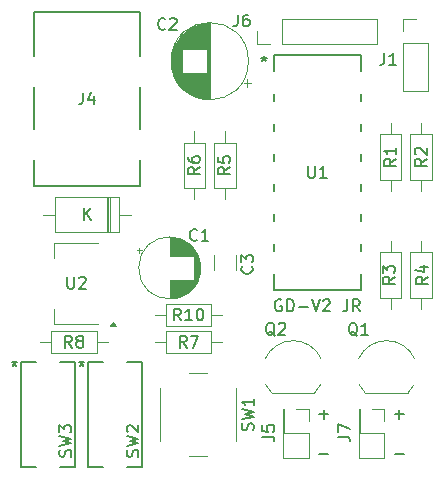
<source format=gbr>
%TF.GenerationSoftware,KiCad,Pcbnew,9.0.0*%
%TF.CreationDate,2025-04-02T21:34:46+01:00*%
%TF.ProjectId,gloves dryer,676c6f76-6573-4206-9472-7965722e6b69,rev?*%
%TF.SameCoordinates,Original*%
%TF.FileFunction,Legend,Top*%
%TF.FilePolarity,Positive*%
%FSLAX46Y46*%
G04 Gerber Fmt 4.6, Leading zero omitted, Abs format (unit mm)*
G04 Created by KiCad (PCBNEW 9.0.0) date 2025-04-02 21:34:46*
%MOMM*%
%LPD*%
G01*
G04 APERTURE LIST*
%ADD10C,0.160000*%
%ADD11C,0.150000*%
%ADD12C,0.153000*%
%ADD13C,0.120000*%
%ADD14C,0.152400*%
%ADD15C,0.127000*%
G04 APERTURE END LIST*
D10*
X195069048Y-88550096D02*
X195830953Y-88550096D01*
X195069048Y-85173346D02*
X195830953Y-85173346D01*
X195450000Y-85554299D02*
X195450000Y-84792394D01*
X185467167Y-75516918D02*
X185371929Y-75469299D01*
X185371929Y-75469299D02*
X185229072Y-75469299D01*
X185229072Y-75469299D02*
X185086215Y-75516918D01*
X185086215Y-75516918D02*
X184990977Y-75612156D01*
X184990977Y-75612156D02*
X184943358Y-75707394D01*
X184943358Y-75707394D02*
X184895739Y-75897870D01*
X184895739Y-75897870D02*
X184895739Y-76040727D01*
X184895739Y-76040727D02*
X184943358Y-76231203D01*
X184943358Y-76231203D02*
X184990977Y-76326441D01*
X184990977Y-76326441D02*
X185086215Y-76421680D01*
X185086215Y-76421680D02*
X185229072Y-76469299D01*
X185229072Y-76469299D02*
X185324310Y-76469299D01*
X185324310Y-76469299D02*
X185467167Y-76421680D01*
X185467167Y-76421680D02*
X185514786Y-76374060D01*
X185514786Y-76374060D02*
X185514786Y-76040727D01*
X185514786Y-76040727D02*
X185324310Y-76040727D01*
X185943358Y-76469299D02*
X185943358Y-75469299D01*
X185943358Y-75469299D02*
X186181453Y-75469299D01*
X186181453Y-75469299D02*
X186324310Y-75516918D01*
X186324310Y-75516918D02*
X186419548Y-75612156D01*
X186419548Y-75612156D02*
X186467167Y-75707394D01*
X186467167Y-75707394D02*
X186514786Y-75897870D01*
X186514786Y-75897870D02*
X186514786Y-76040727D01*
X186514786Y-76040727D02*
X186467167Y-76231203D01*
X186467167Y-76231203D02*
X186419548Y-76326441D01*
X186419548Y-76326441D02*
X186324310Y-76421680D01*
X186324310Y-76421680D02*
X186181453Y-76469299D01*
X186181453Y-76469299D02*
X185943358Y-76469299D01*
X186943358Y-76088346D02*
X187705263Y-76088346D01*
X188038596Y-75469299D02*
X188371929Y-76469299D01*
X188371929Y-76469299D02*
X188705262Y-75469299D01*
X188990977Y-75564537D02*
X189038596Y-75516918D01*
X189038596Y-75516918D02*
X189133834Y-75469299D01*
X189133834Y-75469299D02*
X189371929Y-75469299D01*
X189371929Y-75469299D02*
X189467167Y-75516918D01*
X189467167Y-75516918D02*
X189514786Y-75564537D01*
X189514786Y-75564537D02*
X189562405Y-75659775D01*
X189562405Y-75659775D02*
X189562405Y-75755013D01*
X189562405Y-75755013D02*
X189514786Y-75897870D01*
X189514786Y-75897870D02*
X188943358Y-76469299D01*
X188943358Y-76469299D02*
X189562405Y-76469299D01*
X191038596Y-75469299D02*
X191038596Y-76183584D01*
X191038596Y-76183584D02*
X190990977Y-76326441D01*
X190990977Y-76326441D02*
X190895739Y-76421680D01*
X190895739Y-76421680D02*
X190752882Y-76469299D01*
X190752882Y-76469299D02*
X190657644Y-76469299D01*
X192086215Y-76469299D02*
X191752882Y-75993108D01*
X191514787Y-76469299D02*
X191514787Y-75469299D01*
X191514787Y-75469299D02*
X191895739Y-75469299D01*
X191895739Y-75469299D02*
X191990977Y-75516918D01*
X191990977Y-75516918D02*
X192038596Y-75564537D01*
X192038596Y-75564537D02*
X192086215Y-75659775D01*
X192086215Y-75659775D02*
X192086215Y-75802632D01*
X192086215Y-75802632D02*
X192038596Y-75897870D01*
X192038596Y-75897870D02*
X191990977Y-75945489D01*
X191990977Y-75945489D02*
X191895739Y-75993108D01*
X191895739Y-75993108D02*
X191514787Y-75993108D01*
X188669048Y-88544831D02*
X189430953Y-88544831D01*
X188669048Y-85201861D02*
X189430953Y-85201861D01*
X189050000Y-85582814D02*
X189050000Y-84820909D01*
D11*
X178333333Y-70409580D02*
X178285714Y-70457200D01*
X178285714Y-70457200D02*
X178142857Y-70504819D01*
X178142857Y-70504819D02*
X178047619Y-70504819D01*
X178047619Y-70504819D02*
X177904762Y-70457200D01*
X177904762Y-70457200D02*
X177809524Y-70361961D01*
X177809524Y-70361961D02*
X177761905Y-70266723D01*
X177761905Y-70266723D02*
X177714286Y-70076247D01*
X177714286Y-70076247D02*
X177714286Y-69933390D01*
X177714286Y-69933390D02*
X177761905Y-69742914D01*
X177761905Y-69742914D02*
X177809524Y-69647676D01*
X177809524Y-69647676D02*
X177904762Y-69552438D01*
X177904762Y-69552438D02*
X178047619Y-69504819D01*
X178047619Y-69504819D02*
X178142857Y-69504819D01*
X178142857Y-69504819D02*
X178285714Y-69552438D01*
X178285714Y-69552438D02*
X178333333Y-69600057D01*
X179285714Y-70504819D02*
X178714286Y-70504819D01*
X179000000Y-70504819D02*
X179000000Y-69504819D01*
X179000000Y-69504819D02*
X178904762Y-69647676D01*
X178904762Y-69647676D02*
X178809524Y-69742914D01*
X178809524Y-69742914D02*
X178714286Y-69790533D01*
D10*
X167723333Y-79554299D02*
X167390000Y-79078108D01*
X167151905Y-79554299D02*
X167151905Y-78554299D01*
X167151905Y-78554299D02*
X167532857Y-78554299D01*
X167532857Y-78554299D02*
X167628095Y-78601918D01*
X167628095Y-78601918D02*
X167675714Y-78649537D01*
X167675714Y-78649537D02*
X167723333Y-78744775D01*
X167723333Y-78744775D02*
X167723333Y-78887632D01*
X167723333Y-78887632D02*
X167675714Y-78982870D01*
X167675714Y-78982870D02*
X167628095Y-79030489D01*
X167628095Y-79030489D02*
X167532857Y-79078108D01*
X167532857Y-79078108D02*
X167151905Y-79078108D01*
X168294762Y-78982870D02*
X168199524Y-78935251D01*
X168199524Y-78935251D02*
X168151905Y-78887632D01*
X168151905Y-78887632D02*
X168104286Y-78792394D01*
X168104286Y-78792394D02*
X168104286Y-78744775D01*
X168104286Y-78744775D02*
X168151905Y-78649537D01*
X168151905Y-78649537D02*
X168199524Y-78601918D01*
X168199524Y-78601918D02*
X168294762Y-78554299D01*
X168294762Y-78554299D02*
X168485238Y-78554299D01*
X168485238Y-78554299D02*
X168580476Y-78601918D01*
X168580476Y-78601918D02*
X168628095Y-78649537D01*
X168628095Y-78649537D02*
X168675714Y-78744775D01*
X168675714Y-78744775D02*
X168675714Y-78792394D01*
X168675714Y-78792394D02*
X168628095Y-78887632D01*
X168628095Y-78887632D02*
X168580476Y-78935251D01*
X168580476Y-78935251D02*
X168485238Y-78982870D01*
X168485238Y-78982870D02*
X168294762Y-78982870D01*
X168294762Y-78982870D02*
X168199524Y-79030489D01*
X168199524Y-79030489D02*
X168151905Y-79078108D01*
X168151905Y-79078108D02*
X168104286Y-79173346D01*
X168104286Y-79173346D02*
X168104286Y-79363822D01*
X168104286Y-79363822D02*
X168151905Y-79459060D01*
X168151905Y-79459060D02*
X168199524Y-79506680D01*
X168199524Y-79506680D02*
X168294762Y-79554299D01*
X168294762Y-79554299D02*
X168485238Y-79554299D01*
X168485238Y-79554299D02*
X168580476Y-79506680D01*
X168580476Y-79506680D02*
X168628095Y-79459060D01*
X168628095Y-79459060D02*
X168675714Y-79363822D01*
X168675714Y-79363822D02*
X168675714Y-79173346D01*
X168675714Y-79173346D02*
X168628095Y-79078108D01*
X168628095Y-79078108D02*
X168580476Y-79030489D01*
X168580476Y-79030489D02*
X168485238Y-78982870D01*
D11*
X175633333Y-52559580D02*
X175585714Y-52607200D01*
X175585714Y-52607200D02*
X175442857Y-52654819D01*
X175442857Y-52654819D02*
X175347619Y-52654819D01*
X175347619Y-52654819D02*
X175204762Y-52607200D01*
X175204762Y-52607200D02*
X175109524Y-52511961D01*
X175109524Y-52511961D02*
X175061905Y-52416723D01*
X175061905Y-52416723D02*
X175014286Y-52226247D01*
X175014286Y-52226247D02*
X175014286Y-52083390D01*
X175014286Y-52083390D02*
X175061905Y-51892914D01*
X175061905Y-51892914D02*
X175109524Y-51797676D01*
X175109524Y-51797676D02*
X175204762Y-51702438D01*
X175204762Y-51702438D02*
X175347619Y-51654819D01*
X175347619Y-51654819D02*
X175442857Y-51654819D01*
X175442857Y-51654819D02*
X175585714Y-51702438D01*
X175585714Y-51702438D02*
X175633333Y-51750057D01*
X176014286Y-51750057D02*
X176061905Y-51702438D01*
X176061905Y-51702438D02*
X176157143Y-51654819D01*
X176157143Y-51654819D02*
X176395238Y-51654819D01*
X176395238Y-51654819D02*
X176490476Y-51702438D01*
X176490476Y-51702438D02*
X176538095Y-51750057D01*
X176538095Y-51750057D02*
X176585714Y-51845295D01*
X176585714Y-51845295D02*
X176585714Y-51940533D01*
X176585714Y-51940533D02*
X176538095Y-52083390D01*
X176538095Y-52083390D02*
X175966667Y-52654819D01*
X175966667Y-52654819D02*
X176585714Y-52654819D01*
D12*
X194166666Y-54604663D02*
X194166666Y-55318948D01*
X194166666Y-55318948D02*
X194119047Y-55461805D01*
X194119047Y-55461805D02*
X194023809Y-55557044D01*
X194023809Y-55557044D02*
X193880952Y-55604663D01*
X193880952Y-55604663D02*
X193785714Y-55604663D01*
X195166666Y-55604663D02*
X194595238Y-55604663D01*
X194880952Y-55604663D02*
X194880952Y-54604663D01*
X194880952Y-54604663D02*
X194785714Y-54747520D01*
X194785714Y-54747520D02*
X194690476Y-54842758D01*
X194690476Y-54842758D02*
X194595238Y-54890377D01*
X197754663Y-63566666D02*
X197278472Y-63899999D01*
X197754663Y-64138094D02*
X196754663Y-64138094D01*
X196754663Y-64138094D02*
X196754663Y-63757142D01*
X196754663Y-63757142D02*
X196802282Y-63661904D01*
X196802282Y-63661904D02*
X196849901Y-63614285D01*
X196849901Y-63614285D02*
X196945139Y-63566666D01*
X196945139Y-63566666D02*
X197087996Y-63566666D01*
X197087996Y-63566666D02*
X197183234Y-63614285D01*
X197183234Y-63614285D02*
X197230853Y-63661904D01*
X197230853Y-63661904D02*
X197278472Y-63757142D01*
X197278472Y-63757142D02*
X197278472Y-64138094D01*
X196849901Y-63185713D02*
X196802282Y-63138094D01*
X196802282Y-63138094D02*
X196754663Y-63042856D01*
X196754663Y-63042856D02*
X196754663Y-62804761D01*
X196754663Y-62804761D02*
X196802282Y-62709523D01*
X196802282Y-62709523D02*
X196849901Y-62661904D01*
X196849901Y-62661904D02*
X196945139Y-62614285D01*
X196945139Y-62614285D02*
X197040377Y-62614285D01*
X197040377Y-62614285D02*
X197183234Y-62661904D01*
X197183234Y-62661904D02*
X197754663Y-63233332D01*
X197754663Y-63233332D02*
X197754663Y-62614285D01*
X181104663Y-64276666D02*
X180628472Y-64609999D01*
X181104663Y-64848094D02*
X180104663Y-64848094D01*
X180104663Y-64848094D02*
X180104663Y-64467142D01*
X180104663Y-64467142D02*
X180152282Y-64371904D01*
X180152282Y-64371904D02*
X180199901Y-64324285D01*
X180199901Y-64324285D02*
X180295139Y-64276666D01*
X180295139Y-64276666D02*
X180437996Y-64276666D01*
X180437996Y-64276666D02*
X180533234Y-64324285D01*
X180533234Y-64324285D02*
X180580853Y-64371904D01*
X180580853Y-64371904D02*
X180628472Y-64467142D01*
X180628472Y-64467142D02*
X180628472Y-64848094D01*
X180104663Y-63371904D02*
X180104663Y-63848094D01*
X180104663Y-63848094D02*
X180580853Y-63895713D01*
X180580853Y-63895713D02*
X180533234Y-63848094D01*
X180533234Y-63848094D02*
X180485615Y-63752856D01*
X180485615Y-63752856D02*
X180485615Y-63514761D01*
X180485615Y-63514761D02*
X180533234Y-63419523D01*
X180533234Y-63419523D02*
X180580853Y-63371904D01*
X180580853Y-63371904D02*
X180676091Y-63324285D01*
X180676091Y-63324285D02*
X180914186Y-63324285D01*
X180914186Y-63324285D02*
X181009424Y-63371904D01*
X181009424Y-63371904D02*
X181057044Y-63419523D01*
X181057044Y-63419523D02*
X181104663Y-63514761D01*
X181104663Y-63514761D02*
X181104663Y-63752856D01*
X181104663Y-63752856D02*
X181057044Y-63848094D01*
X181057044Y-63848094D02*
X181009424Y-63895713D01*
X195054663Y-73566666D02*
X194578472Y-73899999D01*
X195054663Y-74138094D02*
X194054663Y-74138094D01*
X194054663Y-74138094D02*
X194054663Y-73757142D01*
X194054663Y-73757142D02*
X194102282Y-73661904D01*
X194102282Y-73661904D02*
X194149901Y-73614285D01*
X194149901Y-73614285D02*
X194245139Y-73566666D01*
X194245139Y-73566666D02*
X194387996Y-73566666D01*
X194387996Y-73566666D02*
X194483234Y-73614285D01*
X194483234Y-73614285D02*
X194530853Y-73661904D01*
X194530853Y-73661904D02*
X194578472Y-73757142D01*
X194578472Y-73757142D02*
X194578472Y-74138094D01*
X194054663Y-73233332D02*
X194054663Y-72614285D01*
X194054663Y-72614285D02*
X194435615Y-72947618D01*
X194435615Y-72947618D02*
X194435615Y-72804761D01*
X194435615Y-72804761D02*
X194483234Y-72709523D01*
X194483234Y-72709523D02*
X194530853Y-72661904D01*
X194530853Y-72661904D02*
X194626091Y-72614285D01*
X194626091Y-72614285D02*
X194864186Y-72614285D01*
X194864186Y-72614285D02*
X194959424Y-72661904D01*
X194959424Y-72661904D02*
X195007044Y-72709523D01*
X195007044Y-72709523D02*
X195054663Y-72804761D01*
X195054663Y-72804761D02*
X195054663Y-73090475D01*
X195054663Y-73090475D02*
X195007044Y-73185713D01*
X195007044Y-73185713D02*
X194959424Y-73233332D01*
D10*
X190254299Y-87083333D02*
X190968584Y-87083333D01*
X190968584Y-87083333D02*
X191111441Y-87130952D01*
X191111441Y-87130952D02*
X191206680Y-87226190D01*
X191206680Y-87226190D02*
X191254299Y-87369047D01*
X191254299Y-87369047D02*
X191254299Y-87464285D01*
X190254299Y-86702380D02*
X190254299Y-86035714D01*
X190254299Y-86035714D02*
X191254299Y-86464285D01*
X183854299Y-87083333D02*
X184568584Y-87083333D01*
X184568584Y-87083333D02*
X184711441Y-87130952D01*
X184711441Y-87130952D02*
X184806680Y-87226190D01*
X184806680Y-87226190D02*
X184854299Y-87369047D01*
X184854299Y-87369047D02*
X184854299Y-87464285D01*
X183854299Y-86130952D02*
X183854299Y-86607142D01*
X183854299Y-86607142D02*
X184330489Y-86654761D01*
X184330489Y-86654761D02*
X184282870Y-86607142D01*
X184282870Y-86607142D02*
X184235251Y-86511904D01*
X184235251Y-86511904D02*
X184235251Y-86273809D01*
X184235251Y-86273809D02*
X184282870Y-86178571D01*
X184282870Y-86178571D02*
X184330489Y-86130952D01*
X184330489Y-86130952D02*
X184425727Y-86083333D01*
X184425727Y-86083333D02*
X184663822Y-86083333D01*
X184663822Y-86083333D02*
X184759060Y-86130952D01*
X184759060Y-86130952D02*
X184806680Y-86178571D01*
X184806680Y-86178571D02*
X184854299Y-86273809D01*
X184854299Y-86273809D02*
X184854299Y-86511904D01*
X184854299Y-86511904D02*
X184806680Y-86607142D01*
X184806680Y-86607142D02*
X184759060Y-86654761D01*
X191904761Y-78549537D02*
X191809523Y-78501918D01*
X191809523Y-78501918D02*
X191714285Y-78406680D01*
X191714285Y-78406680D02*
X191571428Y-78263822D01*
X191571428Y-78263822D02*
X191476190Y-78216203D01*
X191476190Y-78216203D02*
X191380952Y-78216203D01*
X191428571Y-78454299D02*
X191333333Y-78406680D01*
X191333333Y-78406680D02*
X191238095Y-78311441D01*
X191238095Y-78311441D02*
X191190476Y-78120965D01*
X191190476Y-78120965D02*
X191190476Y-77787632D01*
X191190476Y-77787632D02*
X191238095Y-77597156D01*
X191238095Y-77597156D02*
X191333333Y-77501918D01*
X191333333Y-77501918D02*
X191428571Y-77454299D01*
X191428571Y-77454299D02*
X191619047Y-77454299D01*
X191619047Y-77454299D02*
X191714285Y-77501918D01*
X191714285Y-77501918D02*
X191809523Y-77597156D01*
X191809523Y-77597156D02*
X191857142Y-77787632D01*
X191857142Y-77787632D02*
X191857142Y-78120965D01*
X191857142Y-78120965D02*
X191809523Y-78311441D01*
X191809523Y-78311441D02*
X191714285Y-78406680D01*
X191714285Y-78406680D02*
X191619047Y-78454299D01*
X191619047Y-78454299D02*
X191428571Y-78454299D01*
X192809523Y-78454299D02*
X192238095Y-78454299D01*
X192523809Y-78454299D02*
X192523809Y-77454299D01*
X192523809Y-77454299D02*
X192428571Y-77597156D01*
X192428571Y-77597156D02*
X192333333Y-77692394D01*
X192333333Y-77692394D02*
X192238095Y-77740013D01*
D12*
X187728095Y-64174663D02*
X187728095Y-64984186D01*
X187728095Y-64984186D02*
X187775714Y-65079424D01*
X187775714Y-65079424D02*
X187823333Y-65127044D01*
X187823333Y-65127044D02*
X187918571Y-65174663D01*
X187918571Y-65174663D02*
X188109047Y-65174663D01*
X188109047Y-65174663D02*
X188204285Y-65127044D01*
X188204285Y-65127044D02*
X188251904Y-65079424D01*
X188251904Y-65079424D02*
X188299523Y-64984186D01*
X188299523Y-64984186D02*
X188299523Y-64174663D01*
X189299523Y-65174663D02*
X188728095Y-65174663D01*
X189013809Y-65174663D02*
X189013809Y-64174663D01*
X189013809Y-64174663D02*
X188918571Y-64317520D01*
X188918571Y-64317520D02*
X188823333Y-64412758D01*
X188823333Y-64412758D02*
X188728095Y-64460377D01*
X184000000Y-54854663D02*
X184000000Y-55092758D01*
X183761905Y-54997520D02*
X184000000Y-55092758D01*
X184000000Y-55092758D02*
X184238095Y-54997520D01*
X183857143Y-55283234D02*
X184000000Y-55092758D01*
X184000000Y-55092758D02*
X184142857Y-55283234D01*
X181766666Y-51354663D02*
X181766666Y-52068948D01*
X181766666Y-52068948D02*
X181719047Y-52211805D01*
X181719047Y-52211805D02*
X181623809Y-52307044D01*
X181623809Y-52307044D02*
X181480952Y-52354663D01*
X181480952Y-52354663D02*
X181385714Y-52354663D01*
X182671428Y-51354663D02*
X182480952Y-51354663D01*
X182480952Y-51354663D02*
X182385714Y-51402282D01*
X182385714Y-51402282D02*
X182338095Y-51449901D01*
X182338095Y-51449901D02*
X182242857Y-51592758D01*
X182242857Y-51592758D02*
X182195238Y-51783234D01*
X182195238Y-51783234D02*
X182195238Y-52164186D01*
X182195238Y-52164186D02*
X182242857Y-52259424D01*
X182242857Y-52259424D02*
X182290476Y-52307044D01*
X182290476Y-52307044D02*
X182385714Y-52354663D01*
X182385714Y-52354663D02*
X182576190Y-52354663D01*
X182576190Y-52354663D02*
X182671428Y-52307044D01*
X182671428Y-52307044D02*
X182719047Y-52259424D01*
X182719047Y-52259424D02*
X182766666Y-52164186D01*
X182766666Y-52164186D02*
X182766666Y-51926091D01*
X182766666Y-51926091D02*
X182719047Y-51830853D01*
X182719047Y-51830853D02*
X182671428Y-51783234D01*
X182671428Y-51783234D02*
X182576190Y-51735615D01*
X182576190Y-51735615D02*
X182385714Y-51735615D01*
X182385714Y-51735615D02*
X182290476Y-51783234D01*
X182290476Y-51783234D02*
X182242857Y-51830853D01*
X182242857Y-51830853D02*
X182195238Y-51926091D01*
D10*
X177433333Y-79554299D02*
X177100000Y-79078108D01*
X176861905Y-79554299D02*
X176861905Y-78554299D01*
X176861905Y-78554299D02*
X177242857Y-78554299D01*
X177242857Y-78554299D02*
X177338095Y-78601918D01*
X177338095Y-78601918D02*
X177385714Y-78649537D01*
X177385714Y-78649537D02*
X177433333Y-78744775D01*
X177433333Y-78744775D02*
X177433333Y-78887632D01*
X177433333Y-78887632D02*
X177385714Y-78982870D01*
X177385714Y-78982870D02*
X177338095Y-79030489D01*
X177338095Y-79030489D02*
X177242857Y-79078108D01*
X177242857Y-79078108D02*
X176861905Y-79078108D01*
X177766667Y-78554299D02*
X178433333Y-78554299D01*
X178433333Y-78554299D02*
X178004762Y-79554299D01*
D12*
X178554663Y-64276666D02*
X178078472Y-64609999D01*
X178554663Y-64848094D02*
X177554663Y-64848094D01*
X177554663Y-64848094D02*
X177554663Y-64467142D01*
X177554663Y-64467142D02*
X177602282Y-64371904D01*
X177602282Y-64371904D02*
X177649901Y-64324285D01*
X177649901Y-64324285D02*
X177745139Y-64276666D01*
X177745139Y-64276666D02*
X177887996Y-64276666D01*
X177887996Y-64276666D02*
X177983234Y-64324285D01*
X177983234Y-64324285D02*
X178030853Y-64371904D01*
X178030853Y-64371904D02*
X178078472Y-64467142D01*
X178078472Y-64467142D02*
X178078472Y-64848094D01*
X177554663Y-63419523D02*
X177554663Y-63609999D01*
X177554663Y-63609999D02*
X177602282Y-63705237D01*
X177602282Y-63705237D02*
X177649901Y-63752856D01*
X177649901Y-63752856D02*
X177792758Y-63848094D01*
X177792758Y-63848094D02*
X177983234Y-63895713D01*
X177983234Y-63895713D02*
X178364186Y-63895713D01*
X178364186Y-63895713D02*
X178459424Y-63848094D01*
X178459424Y-63848094D02*
X178507044Y-63800475D01*
X178507044Y-63800475D02*
X178554663Y-63705237D01*
X178554663Y-63705237D02*
X178554663Y-63514761D01*
X178554663Y-63514761D02*
X178507044Y-63419523D01*
X178507044Y-63419523D02*
X178459424Y-63371904D01*
X178459424Y-63371904D02*
X178364186Y-63324285D01*
X178364186Y-63324285D02*
X178126091Y-63324285D01*
X178126091Y-63324285D02*
X178030853Y-63371904D01*
X178030853Y-63371904D02*
X177983234Y-63419523D01*
X177983234Y-63419523D02*
X177935615Y-63514761D01*
X177935615Y-63514761D02*
X177935615Y-63705237D01*
X177935615Y-63705237D02*
X177983234Y-63800475D01*
X177983234Y-63800475D02*
X178030853Y-63848094D01*
X178030853Y-63848094D02*
X178126091Y-63895713D01*
X197854663Y-73566666D02*
X197378472Y-73899999D01*
X197854663Y-74138094D02*
X196854663Y-74138094D01*
X196854663Y-74138094D02*
X196854663Y-73757142D01*
X196854663Y-73757142D02*
X196902282Y-73661904D01*
X196902282Y-73661904D02*
X196949901Y-73614285D01*
X196949901Y-73614285D02*
X197045139Y-73566666D01*
X197045139Y-73566666D02*
X197187996Y-73566666D01*
X197187996Y-73566666D02*
X197283234Y-73614285D01*
X197283234Y-73614285D02*
X197330853Y-73661904D01*
X197330853Y-73661904D02*
X197378472Y-73757142D01*
X197378472Y-73757142D02*
X197378472Y-74138094D01*
X197187996Y-72709523D02*
X197854663Y-72709523D01*
X196807044Y-72947618D02*
X197521329Y-73185713D01*
X197521329Y-73185713D02*
X197521329Y-72566666D01*
X168666666Y-57954663D02*
X168666666Y-58668948D01*
X168666666Y-58668948D02*
X168619047Y-58811805D01*
X168619047Y-58811805D02*
X168523809Y-58907044D01*
X168523809Y-58907044D02*
X168380952Y-58954663D01*
X168380952Y-58954663D02*
X168285714Y-58954663D01*
X169571428Y-58287996D02*
X169571428Y-58954663D01*
X169333333Y-57907044D02*
X169095238Y-58621329D01*
X169095238Y-58621329D02*
X169714285Y-58621329D01*
X182959424Y-72666666D02*
X183007044Y-72714285D01*
X183007044Y-72714285D02*
X183054663Y-72857142D01*
X183054663Y-72857142D02*
X183054663Y-72952380D01*
X183054663Y-72952380D02*
X183007044Y-73095237D01*
X183007044Y-73095237D02*
X182911805Y-73190475D01*
X182911805Y-73190475D02*
X182816567Y-73238094D01*
X182816567Y-73238094D02*
X182626091Y-73285713D01*
X182626091Y-73285713D02*
X182483234Y-73285713D01*
X182483234Y-73285713D02*
X182292758Y-73238094D01*
X182292758Y-73238094D02*
X182197520Y-73190475D01*
X182197520Y-73190475D02*
X182102282Y-73095237D01*
X182102282Y-73095237D02*
X182054663Y-72952380D01*
X182054663Y-72952380D02*
X182054663Y-72857142D01*
X182054663Y-72857142D02*
X182102282Y-72714285D01*
X182102282Y-72714285D02*
X182149901Y-72666666D01*
X182054663Y-72333332D02*
X182054663Y-71714285D01*
X182054663Y-71714285D02*
X182435615Y-72047618D01*
X182435615Y-72047618D02*
X182435615Y-71904761D01*
X182435615Y-71904761D02*
X182483234Y-71809523D01*
X182483234Y-71809523D02*
X182530853Y-71761904D01*
X182530853Y-71761904D02*
X182626091Y-71714285D01*
X182626091Y-71714285D02*
X182864186Y-71714285D01*
X182864186Y-71714285D02*
X182959424Y-71761904D01*
X182959424Y-71761904D02*
X183007044Y-71809523D01*
X183007044Y-71809523D02*
X183054663Y-71904761D01*
X183054663Y-71904761D02*
X183054663Y-72190475D01*
X183054663Y-72190475D02*
X183007044Y-72285713D01*
X183007044Y-72285713D02*
X182959424Y-72333332D01*
X168738095Y-68754663D02*
X168738095Y-67754663D01*
X169309523Y-68754663D02*
X168880952Y-68183234D01*
X169309523Y-67754663D02*
X168738095Y-68326091D01*
D10*
X167606680Y-88783332D02*
X167654299Y-88640475D01*
X167654299Y-88640475D02*
X167654299Y-88402380D01*
X167654299Y-88402380D02*
X167606680Y-88307142D01*
X167606680Y-88307142D02*
X167559060Y-88259523D01*
X167559060Y-88259523D02*
X167463822Y-88211904D01*
X167463822Y-88211904D02*
X167368584Y-88211904D01*
X167368584Y-88211904D02*
X167273346Y-88259523D01*
X167273346Y-88259523D02*
X167225727Y-88307142D01*
X167225727Y-88307142D02*
X167178108Y-88402380D01*
X167178108Y-88402380D02*
X167130489Y-88592856D01*
X167130489Y-88592856D02*
X167082870Y-88688094D01*
X167082870Y-88688094D02*
X167035251Y-88735713D01*
X167035251Y-88735713D02*
X166940013Y-88783332D01*
X166940013Y-88783332D02*
X166844775Y-88783332D01*
X166844775Y-88783332D02*
X166749537Y-88735713D01*
X166749537Y-88735713D02*
X166701918Y-88688094D01*
X166701918Y-88688094D02*
X166654299Y-88592856D01*
X166654299Y-88592856D02*
X166654299Y-88354761D01*
X166654299Y-88354761D02*
X166701918Y-88211904D01*
X166654299Y-87878570D02*
X167654299Y-87640475D01*
X167654299Y-87640475D02*
X166940013Y-87449999D01*
X166940013Y-87449999D02*
X167654299Y-87259523D01*
X167654299Y-87259523D02*
X166654299Y-87021428D01*
X166654299Y-86735713D02*
X166654299Y-86116666D01*
X166654299Y-86116666D02*
X167035251Y-86449999D01*
X167035251Y-86449999D02*
X167035251Y-86307142D01*
X167035251Y-86307142D02*
X167082870Y-86211904D01*
X167082870Y-86211904D02*
X167130489Y-86164285D01*
X167130489Y-86164285D02*
X167225727Y-86116666D01*
X167225727Y-86116666D02*
X167463822Y-86116666D01*
X167463822Y-86116666D02*
X167559060Y-86164285D01*
X167559060Y-86164285D02*
X167606680Y-86211904D01*
X167606680Y-86211904D02*
X167654299Y-86307142D01*
X167654299Y-86307142D02*
X167654299Y-86592856D01*
X167654299Y-86592856D02*
X167606680Y-86688094D01*
X167606680Y-86688094D02*
X167559060Y-86735713D01*
X162850000Y-80654299D02*
X162850000Y-80892394D01*
X162611905Y-80797156D02*
X162850000Y-80892394D01*
X162850000Y-80892394D02*
X163088095Y-80797156D01*
X162707143Y-81082870D02*
X162850000Y-80892394D01*
X162850000Y-80892394D02*
X162992857Y-81082870D01*
D12*
X183056244Y-86533332D02*
X183103863Y-86390475D01*
X183103863Y-86390475D02*
X183103863Y-86152380D01*
X183103863Y-86152380D02*
X183056244Y-86057142D01*
X183056244Y-86057142D02*
X183008624Y-86009523D01*
X183008624Y-86009523D02*
X182913386Y-85961904D01*
X182913386Y-85961904D02*
X182818148Y-85961904D01*
X182818148Y-85961904D02*
X182722910Y-86009523D01*
X182722910Y-86009523D02*
X182675291Y-86057142D01*
X182675291Y-86057142D02*
X182627672Y-86152380D01*
X182627672Y-86152380D02*
X182580053Y-86342856D01*
X182580053Y-86342856D02*
X182532434Y-86438094D01*
X182532434Y-86438094D02*
X182484815Y-86485713D01*
X182484815Y-86485713D02*
X182389577Y-86533332D01*
X182389577Y-86533332D02*
X182294339Y-86533332D01*
X182294339Y-86533332D02*
X182199101Y-86485713D01*
X182199101Y-86485713D02*
X182151482Y-86438094D01*
X182151482Y-86438094D02*
X182103863Y-86342856D01*
X182103863Y-86342856D02*
X182103863Y-86104761D01*
X182103863Y-86104761D02*
X182151482Y-85961904D01*
X182103863Y-85628570D02*
X183103863Y-85390475D01*
X183103863Y-85390475D02*
X182389577Y-85199999D01*
X182389577Y-85199999D02*
X183103863Y-85009523D01*
X183103863Y-85009523D02*
X182103863Y-84771428D01*
X183103863Y-83866666D02*
X183103863Y-84438094D01*
X183103863Y-84152380D02*
X182103863Y-84152380D01*
X182103863Y-84152380D02*
X182246720Y-84247618D01*
X182246720Y-84247618D02*
X182341958Y-84342856D01*
X182341958Y-84342856D02*
X182389577Y-84438094D01*
X195154663Y-63566666D02*
X194678472Y-63899999D01*
X195154663Y-64138094D02*
X194154663Y-64138094D01*
X194154663Y-64138094D02*
X194154663Y-63757142D01*
X194154663Y-63757142D02*
X194202282Y-63661904D01*
X194202282Y-63661904D02*
X194249901Y-63614285D01*
X194249901Y-63614285D02*
X194345139Y-63566666D01*
X194345139Y-63566666D02*
X194487996Y-63566666D01*
X194487996Y-63566666D02*
X194583234Y-63614285D01*
X194583234Y-63614285D02*
X194630853Y-63661904D01*
X194630853Y-63661904D02*
X194678472Y-63757142D01*
X194678472Y-63757142D02*
X194678472Y-64138094D01*
X195154663Y-62614285D02*
X195154663Y-63185713D01*
X195154663Y-62899999D02*
X194154663Y-62899999D01*
X194154663Y-62899999D02*
X194297520Y-62995237D01*
X194297520Y-62995237D02*
X194392758Y-63090475D01*
X194392758Y-63090475D02*
X194440377Y-63185713D01*
D10*
X184904761Y-78549537D02*
X184809523Y-78501918D01*
X184809523Y-78501918D02*
X184714285Y-78406680D01*
X184714285Y-78406680D02*
X184571428Y-78263822D01*
X184571428Y-78263822D02*
X184476190Y-78216203D01*
X184476190Y-78216203D02*
X184380952Y-78216203D01*
X184428571Y-78454299D02*
X184333333Y-78406680D01*
X184333333Y-78406680D02*
X184238095Y-78311441D01*
X184238095Y-78311441D02*
X184190476Y-78120965D01*
X184190476Y-78120965D02*
X184190476Y-77787632D01*
X184190476Y-77787632D02*
X184238095Y-77597156D01*
X184238095Y-77597156D02*
X184333333Y-77501918D01*
X184333333Y-77501918D02*
X184428571Y-77454299D01*
X184428571Y-77454299D02*
X184619047Y-77454299D01*
X184619047Y-77454299D02*
X184714285Y-77501918D01*
X184714285Y-77501918D02*
X184809523Y-77597156D01*
X184809523Y-77597156D02*
X184857142Y-77787632D01*
X184857142Y-77787632D02*
X184857142Y-78120965D01*
X184857142Y-78120965D02*
X184809523Y-78311441D01*
X184809523Y-78311441D02*
X184714285Y-78406680D01*
X184714285Y-78406680D02*
X184619047Y-78454299D01*
X184619047Y-78454299D02*
X184428571Y-78454299D01*
X185238095Y-77549537D02*
X185285714Y-77501918D01*
X185285714Y-77501918D02*
X185380952Y-77454299D01*
X185380952Y-77454299D02*
X185619047Y-77454299D01*
X185619047Y-77454299D02*
X185714285Y-77501918D01*
X185714285Y-77501918D02*
X185761904Y-77549537D01*
X185761904Y-77549537D02*
X185809523Y-77644775D01*
X185809523Y-77644775D02*
X185809523Y-77740013D01*
X185809523Y-77740013D02*
X185761904Y-77882870D01*
X185761904Y-77882870D02*
X185190476Y-78454299D01*
X185190476Y-78454299D02*
X185809523Y-78454299D01*
X173306680Y-88783332D02*
X173354299Y-88640475D01*
X173354299Y-88640475D02*
X173354299Y-88402380D01*
X173354299Y-88402380D02*
X173306680Y-88307142D01*
X173306680Y-88307142D02*
X173259060Y-88259523D01*
X173259060Y-88259523D02*
X173163822Y-88211904D01*
X173163822Y-88211904D02*
X173068584Y-88211904D01*
X173068584Y-88211904D02*
X172973346Y-88259523D01*
X172973346Y-88259523D02*
X172925727Y-88307142D01*
X172925727Y-88307142D02*
X172878108Y-88402380D01*
X172878108Y-88402380D02*
X172830489Y-88592856D01*
X172830489Y-88592856D02*
X172782870Y-88688094D01*
X172782870Y-88688094D02*
X172735251Y-88735713D01*
X172735251Y-88735713D02*
X172640013Y-88783332D01*
X172640013Y-88783332D02*
X172544775Y-88783332D01*
X172544775Y-88783332D02*
X172449537Y-88735713D01*
X172449537Y-88735713D02*
X172401918Y-88688094D01*
X172401918Y-88688094D02*
X172354299Y-88592856D01*
X172354299Y-88592856D02*
X172354299Y-88354761D01*
X172354299Y-88354761D02*
X172401918Y-88211904D01*
X172354299Y-87878570D02*
X173354299Y-87640475D01*
X173354299Y-87640475D02*
X172640013Y-87449999D01*
X172640013Y-87449999D02*
X173354299Y-87259523D01*
X173354299Y-87259523D02*
X172354299Y-87021428D01*
X172449537Y-86688094D02*
X172401918Y-86640475D01*
X172401918Y-86640475D02*
X172354299Y-86545237D01*
X172354299Y-86545237D02*
X172354299Y-86307142D01*
X172354299Y-86307142D02*
X172401918Y-86211904D01*
X172401918Y-86211904D02*
X172449537Y-86164285D01*
X172449537Y-86164285D02*
X172544775Y-86116666D01*
X172544775Y-86116666D02*
X172640013Y-86116666D01*
X172640013Y-86116666D02*
X172782870Y-86164285D01*
X172782870Y-86164285D02*
X173354299Y-86735713D01*
X173354299Y-86735713D02*
X173354299Y-86116666D01*
X168550000Y-80654299D02*
X168550000Y-80892394D01*
X168311905Y-80797156D02*
X168550000Y-80892394D01*
X168550000Y-80892394D02*
X168788095Y-80797156D01*
X168407143Y-81082870D02*
X168550000Y-80892394D01*
X168550000Y-80892394D02*
X168692857Y-81082870D01*
D12*
X167338095Y-73554663D02*
X167338095Y-74364186D01*
X167338095Y-74364186D02*
X167385714Y-74459424D01*
X167385714Y-74459424D02*
X167433333Y-74507044D01*
X167433333Y-74507044D02*
X167528571Y-74554663D01*
X167528571Y-74554663D02*
X167719047Y-74554663D01*
X167719047Y-74554663D02*
X167814285Y-74507044D01*
X167814285Y-74507044D02*
X167861904Y-74459424D01*
X167861904Y-74459424D02*
X167909523Y-74364186D01*
X167909523Y-74364186D02*
X167909523Y-73554663D01*
X168338095Y-73649901D02*
X168385714Y-73602282D01*
X168385714Y-73602282D02*
X168480952Y-73554663D01*
X168480952Y-73554663D02*
X168719047Y-73554663D01*
X168719047Y-73554663D02*
X168814285Y-73602282D01*
X168814285Y-73602282D02*
X168861904Y-73649901D01*
X168861904Y-73649901D02*
X168909523Y-73745139D01*
X168909523Y-73745139D02*
X168909523Y-73840377D01*
X168909523Y-73840377D02*
X168861904Y-73983234D01*
X168861904Y-73983234D02*
X168290476Y-74554663D01*
X168290476Y-74554663D02*
X168909523Y-74554663D01*
D10*
X176957142Y-77254299D02*
X176623809Y-76778108D01*
X176385714Y-77254299D02*
X176385714Y-76254299D01*
X176385714Y-76254299D02*
X176766666Y-76254299D01*
X176766666Y-76254299D02*
X176861904Y-76301918D01*
X176861904Y-76301918D02*
X176909523Y-76349537D01*
X176909523Y-76349537D02*
X176957142Y-76444775D01*
X176957142Y-76444775D02*
X176957142Y-76587632D01*
X176957142Y-76587632D02*
X176909523Y-76682870D01*
X176909523Y-76682870D02*
X176861904Y-76730489D01*
X176861904Y-76730489D02*
X176766666Y-76778108D01*
X176766666Y-76778108D02*
X176385714Y-76778108D01*
X177909523Y-77254299D02*
X177338095Y-77254299D01*
X177623809Y-77254299D02*
X177623809Y-76254299D01*
X177623809Y-76254299D02*
X177528571Y-76397156D01*
X177528571Y-76397156D02*
X177433333Y-76492394D01*
X177433333Y-76492394D02*
X177338095Y-76540013D01*
X178528571Y-76254299D02*
X178623809Y-76254299D01*
X178623809Y-76254299D02*
X178719047Y-76301918D01*
X178719047Y-76301918D02*
X178766666Y-76349537D01*
X178766666Y-76349537D02*
X178814285Y-76444775D01*
X178814285Y-76444775D02*
X178861904Y-76635251D01*
X178861904Y-76635251D02*
X178861904Y-76873346D01*
X178861904Y-76873346D02*
X178814285Y-77063822D01*
X178814285Y-77063822D02*
X178766666Y-77159060D01*
X178766666Y-77159060D02*
X178719047Y-77206680D01*
X178719047Y-77206680D02*
X178623809Y-77254299D01*
X178623809Y-77254299D02*
X178528571Y-77254299D01*
X178528571Y-77254299D02*
X178433333Y-77206680D01*
X178433333Y-77206680D02*
X178385714Y-77159060D01*
X178385714Y-77159060D02*
X178338095Y-77063822D01*
X178338095Y-77063822D02*
X178290476Y-76873346D01*
X178290476Y-76873346D02*
X178290476Y-76635251D01*
X178290476Y-76635251D02*
X178338095Y-76444775D01*
X178338095Y-76444775D02*
X178385714Y-76349537D01*
X178385714Y-76349537D02*
X178433333Y-76301918D01*
X178433333Y-76301918D02*
X178528571Y-76254299D01*
D13*
%TO.C,C1*%
X173195225Y-71325000D02*
X173695225Y-71325000D01*
X173445225Y-71075000D02*
X173445225Y-71575000D01*
X176000000Y-70220000D02*
X176000000Y-71760000D01*
X176000000Y-73840000D02*
X176000000Y-75380000D01*
X176040000Y-70220000D02*
X176040000Y-71760000D01*
X176040000Y-73840000D02*
X176040000Y-75380000D01*
X176080000Y-70221000D02*
X176080000Y-71760000D01*
X176080000Y-73840000D02*
X176080000Y-75379000D01*
X176120000Y-70222000D02*
X176120000Y-71760000D01*
X176120000Y-73840000D02*
X176120000Y-75378000D01*
X176160000Y-70224000D02*
X176160000Y-71760000D01*
X176160000Y-73840000D02*
X176160000Y-75376000D01*
X176200000Y-70227000D02*
X176200000Y-71760000D01*
X176200000Y-73840000D02*
X176200000Y-75373000D01*
X176240000Y-70231000D02*
X176240000Y-71760000D01*
X176240000Y-73840000D02*
X176240000Y-75369000D01*
X176280000Y-70235000D02*
X176280000Y-71760000D01*
X176280000Y-73840000D02*
X176280000Y-75365000D01*
X176320000Y-70239000D02*
X176320000Y-71760000D01*
X176320000Y-73840000D02*
X176320000Y-75361000D01*
X176360000Y-70244000D02*
X176360000Y-71760000D01*
X176360000Y-73840000D02*
X176360000Y-75356000D01*
X176400000Y-70250000D02*
X176400000Y-71760000D01*
X176400000Y-73840000D02*
X176400000Y-75350000D01*
X176440000Y-70257000D02*
X176440000Y-71760000D01*
X176440000Y-73840000D02*
X176440000Y-75343000D01*
X176480000Y-70264000D02*
X176480000Y-71760000D01*
X176480000Y-73840000D02*
X176480000Y-75336000D01*
X176520000Y-70272000D02*
X176520000Y-71760000D01*
X176520000Y-73840000D02*
X176520000Y-75328000D01*
X176560000Y-70280000D02*
X176560000Y-71760000D01*
X176560000Y-73840000D02*
X176560000Y-75320000D01*
X176600000Y-70289000D02*
X176600000Y-71760000D01*
X176600000Y-73840000D02*
X176600000Y-75311000D01*
X176640000Y-70299000D02*
X176640000Y-71760000D01*
X176640000Y-73840000D02*
X176640000Y-75301000D01*
X176680000Y-70309000D02*
X176680000Y-71760000D01*
X176680000Y-73840000D02*
X176680000Y-75291000D01*
X176721000Y-70320000D02*
X176721000Y-71760000D01*
X176721000Y-73840000D02*
X176721000Y-75280000D01*
X176761000Y-70332000D02*
X176761000Y-71760000D01*
X176761000Y-73840000D02*
X176761000Y-75268000D01*
X176801000Y-70345000D02*
X176801000Y-71760000D01*
X176801000Y-73840000D02*
X176801000Y-75255000D01*
X176841000Y-70358000D02*
X176841000Y-71760000D01*
X176841000Y-73840000D02*
X176841000Y-75242000D01*
X176881000Y-70372000D02*
X176881000Y-71760000D01*
X176881000Y-73840000D02*
X176881000Y-75228000D01*
X176921000Y-70386000D02*
X176921000Y-71760000D01*
X176921000Y-73840000D02*
X176921000Y-75214000D01*
X176961000Y-70402000D02*
X176961000Y-71760000D01*
X176961000Y-73840000D02*
X176961000Y-75198000D01*
X177001000Y-70418000D02*
X177001000Y-71760000D01*
X177001000Y-73840000D02*
X177001000Y-75182000D01*
X177041000Y-70435000D02*
X177041000Y-71760000D01*
X177041000Y-73840000D02*
X177041000Y-75165000D01*
X177081000Y-70452000D02*
X177081000Y-71760000D01*
X177081000Y-73840000D02*
X177081000Y-75148000D01*
X177121000Y-70471000D02*
X177121000Y-71760000D01*
X177121000Y-73840000D02*
X177121000Y-75129000D01*
X177161000Y-70490000D02*
X177161000Y-71760000D01*
X177161000Y-73840000D02*
X177161000Y-75110000D01*
X177201000Y-70510000D02*
X177201000Y-71760000D01*
X177201000Y-73840000D02*
X177201000Y-75090000D01*
X177241000Y-70532000D02*
X177241000Y-71760000D01*
X177241000Y-73840000D02*
X177241000Y-75068000D01*
X177281000Y-70553000D02*
X177281000Y-71760000D01*
X177281000Y-73840000D02*
X177281000Y-75047000D01*
X177321000Y-70576000D02*
X177321000Y-71760000D01*
X177321000Y-73840000D02*
X177321000Y-75024000D01*
X177361000Y-70600000D02*
X177361000Y-71760000D01*
X177361000Y-73840000D02*
X177361000Y-75000000D01*
X177401000Y-70625000D02*
X177401000Y-71760000D01*
X177401000Y-73840000D02*
X177401000Y-74975000D01*
X177441000Y-70651000D02*
X177441000Y-71760000D01*
X177441000Y-73840000D02*
X177441000Y-74949000D01*
X177481000Y-70678000D02*
X177481000Y-71760000D01*
X177481000Y-73840000D02*
X177481000Y-74922000D01*
X177521000Y-70705000D02*
X177521000Y-71760000D01*
X177521000Y-73840000D02*
X177521000Y-74895000D01*
X177561000Y-70735000D02*
X177561000Y-71760000D01*
X177561000Y-73840000D02*
X177561000Y-74865000D01*
X177601000Y-70765000D02*
X177601000Y-71760000D01*
X177601000Y-73840000D02*
X177601000Y-74835000D01*
X177641000Y-70796000D02*
X177641000Y-71760000D01*
X177641000Y-73840000D02*
X177641000Y-74804000D01*
X177681000Y-70829000D02*
X177681000Y-71760000D01*
X177681000Y-73840000D02*
X177681000Y-74771000D01*
X177721000Y-70863000D02*
X177721000Y-71760000D01*
X177721000Y-73840000D02*
X177721000Y-74737000D01*
X177761000Y-70899000D02*
X177761000Y-71760000D01*
X177761000Y-73840000D02*
X177761000Y-74701000D01*
X177801000Y-70936000D02*
X177801000Y-71760000D01*
X177801000Y-73840000D02*
X177801000Y-74664000D01*
X177841000Y-70974000D02*
X177841000Y-71760000D01*
X177841000Y-73840000D02*
X177841000Y-74626000D01*
X177881000Y-71015000D02*
X177881000Y-71760000D01*
X177881000Y-73840000D02*
X177881000Y-74585000D01*
X177921000Y-71057000D02*
X177921000Y-71760000D01*
X177921000Y-73840000D02*
X177921000Y-74543000D01*
X177961000Y-71101000D02*
X177961000Y-71760000D01*
X177961000Y-73840000D02*
X177961000Y-74499000D01*
X178001000Y-71147000D02*
X178001000Y-71760000D01*
X178001000Y-73840000D02*
X178001000Y-74453000D01*
X178041000Y-71195000D02*
X178041000Y-74405000D01*
X178081000Y-71246000D02*
X178081000Y-74354000D01*
X178121000Y-71300000D02*
X178121000Y-74300000D01*
X178161000Y-71357000D02*
X178161000Y-74243000D01*
X178201000Y-71417000D02*
X178201000Y-74183000D01*
X178241000Y-71481000D02*
X178241000Y-74119000D01*
X178281000Y-71549000D02*
X178281000Y-74051000D01*
X178321000Y-71622000D02*
X178321000Y-73978000D01*
X178361000Y-71702000D02*
X178361000Y-73898000D01*
X178401000Y-71789000D02*
X178401000Y-73811000D01*
X178441000Y-71885000D02*
X178441000Y-73715000D01*
X178481000Y-71995000D02*
X178481000Y-73605000D01*
X178521000Y-72123000D02*
X178521000Y-73477000D01*
X178561000Y-72282000D02*
X178561000Y-73318000D01*
X178601000Y-72516000D02*
X178601000Y-73084000D01*
X178620000Y-72800000D02*
G75*
G02*
X173380000Y-72800000I-2620000J0D01*
G01*
X173380000Y-72800000D02*
G75*
G02*
X178620000Y-72800000I2620000J0D01*
G01*
%TO.C,R8*%
X165020000Y-79100000D02*
X165970000Y-79100000D01*
X165970000Y-78180000D02*
X165970000Y-80020000D01*
X165970000Y-80020000D02*
X169810000Y-80020000D01*
X169810000Y-78180000D02*
X165970000Y-78180000D01*
X169810000Y-80020000D02*
X169810000Y-78180000D01*
X170760000Y-79100000D02*
X169810000Y-79100000D01*
%TO.C,C2*%
X176159000Y-55702000D02*
X176159000Y-54898000D01*
X176199000Y-55933000D02*
X176199000Y-54667000D01*
X176239000Y-56102000D02*
X176239000Y-54498000D01*
X176279000Y-56240000D02*
X176279000Y-54360000D01*
X176319000Y-56359000D02*
X176319000Y-54241000D01*
X176359000Y-56465000D02*
X176359000Y-54135000D01*
X176399000Y-56562000D02*
X176399000Y-54038000D01*
X176439000Y-56650000D02*
X176439000Y-53950000D01*
X176479000Y-56732000D02*
X176479000Y-53868000D01*
X176519000Y-56809000D02*
X176519000Y-53791000D01*
X176559000Y-56881000D02*
X176559000Y-53719000D01*
X176599000Y-56950000D02*
X176599000Y-53650000D01*
X176639000Y-57014000D02*
X176639000Y-53586000D01*
X176679000Y-57076000D02*
X176679000Y-53524000D01*
X176719000Y-57134000D02*
X176719000Y-53466000D01*
X176759000Y-57190000D02*
X176759000Y-53410000D01*
X176799000Y-57244000D02*
X176799000Y-53356000D01*
X176839000Y-57295000D02*
X176839000Y-53305000D01*
X176879000Y-57344000D02*
X176879000Y-53256000D01*
X176919000Y-57392000D02*
X176919000Y-53208000D01*
X176959000Y-57437000D02*
X176959000Y-53163000D01*
X176999000Y-57482000D02*
X176999000Y-53118000D01*
X177039000Y-57524000D02*
X177039000Y-53076000D01*
X177079000Y-57565000D02*
X177079000Y-53035000D01*
X177119000Y-54260000D02*
X177119000Y-52995000D01*
X177119000Y-57605000D02*
X177119000Y-56340000D01*
X177159000Y-54260000D02*
X177159000Y-52957000D01*
X177159000Y-57643000D02*
X177159000Y-56340000D01*
X177199000Y-54260000D02*
X177199000Y-52920000D01*
X177199000Y-57680000D02*
X177199000Y-56340000D01*
X177239000Y-54260000D02*
X177239000Y-52884000D01*
X177239000Y-57716000D02*
X177239000Y-56340000D01*
X177279000Y-54260000D02*
X177279000Y-52850000D01*
X177279000Y-57750000D02*
X177279000Y-56340000D01*
X177319000Y-54260000D02*
X177319000Y-52816000D01*
X177319000Y-57784000D02*
X177319000Y-56340000D01*
X177359000Y-54260000D02*
X177359000Y-52784000D01*
X177359000Y-57816000D02*
X177359000Y-56340000D01*
X177399000Y-54260000D02*
X177399000Y-52752000D01*
X177399000Y-57848000D02*
X177399000Y-56340000D01*
X177439000Y-54260000D02*
X177439000Y-52722000D01*
X177439000Y-57878000D02*
X177439000Y-56340000D01*
X177479000Y-54260000D02*
X177479000Y-52693000D01*
X177479000Y-57907000D02*
X177479000Y-56340000D01*
X177519000Y-54260000D02*
X177519000Y-52664000D01*
X177519000Y-57936000D02*
X177519000Y-56340000D01*
X177559000Y-54260000D02*
X177559000Y-52636000D01*
X177559000Y-57964000D02*
X177559000Y-56340000D01*
X177599000Y-54260000D02*
X177599000Y-52610000D01*
X177599000Y-57990000D02*
X177599000Y-56340000D01*
X177639000Y-54260000D02*
X177639000Y-52584000D01*
X177639000Y-58016000D02*
X177639000Y-56340000D01*
X177679000Y-54260000D02*
X177679000Y-52558000D01*
X177679000Y-58042000D02*
X177679000Y-56340000D01*
X177719000Y-54260000D02*
X177719000Y-52534000D01*
X177719000Y-58066000D02*
X177719000Y-56340000D01*
X177759000Y-54260000D02*
X177759000Y-52510000D01*
X177759000Y-58090000D02*
X177759000Y-56340000D01*
X177799000Y-54260000D02*
X177799000Y-52488000D01*
X177799000Y-58112000D02*
X177799000Y-56340000D01*
X177839000Y-54260000D02*
X177839000Y-52466000D01*
X177839000Y-58134000D02*
X177839000Y-56340000D01*
X177879000Y-54260000D02*
X177879000Y-52444000D01*
X177879000Y-58156000D02*
X177879000Y-56340000D01*
X177919000Y-54260000D02*
X177919000Y-52424000D01*
X177919000Y-58176000D02*
X177919000Y-56340000D01*
X177959000Y-54260000D02*
X177959000Y-52404000D01*
X177959000Y-58196000D02*
X177959000Y-56340000D01*
X177999000Y-54260000D02*
X177999000Y-52384000D01*
X177999000Y-58216000D02*
X177999000Y-56340000D01*
X178039000Y-54260000D02*
X178039000Y-52366000D01*
X178039000Y-58234000D02*
X178039000Y-56340000D01*
X178079000Y-54260000D02*
X178079000Y-52348000D01*
X178079000Y-58252000D02*
X178079000Y-56340000D01*
X178119000Y-54260000D02*
X178119000Y-52330000D01*
X178119000Y-58270000D02*
X178119000Y-56340000D01*
X178159000Y-54260000D02*
X178159000Y-52314000D01*
X178159000Y-58286000D02*
X178159000Y-56340000D01*
X178199000Y-54260000D02*
X178199000Y-52298000D01*
X178199000Y-58302000D02*
X178199000Y-56340000D01*
X178239000Y-54260000D02*
X178239000Y-52282000D01*
X178239000Y-58318000D02*
X178239000Y-56340000D01*
X178279000Y-54260000D02*
X178279000Y-52267000D01*
X178279000Y-58333000D02*
X178279000Y-56340000D01*
X178319000Y-54260000D02*
X178319000Y-52253000D01*
X178319000Y-58347000D02*
X178319000Y-56340000D01*
X178359000Y-54260000D02*
X178359000Y-52239000D01*
X178359000Y-58361000D02*
X178359000Y-56340000D01*
X178399000Y-54260000D02*
X178399000Y-52226000D01*
X178399000Y-58374000D02*
X178399000Y-56340000D01*
X178439000Y-54260000D02*
X178439000Y-52214000D01*
X178439000Y-58386000D02*
X178439000Y-56340000D01*
X178479000Y-54260000D02*
X178479000Y-52202000D01*
X178479000Y-58398000D02*
X178479000Y-56340000D01*
X178519000Y-54260000D02*
X178519000Y-52190000D01*
X178519000Y-58410000D02*
X178519000Y-56340000D01*
X178559000Y-54260000D02*
X178559000Y-52179000D01*
X178559000Y-58421000D02*
X178559000Y-56340000D01*
X178599000Y-54260000D02*
X178599000Y-52169000D01*
X178599000Y-58431000D02*
X178599000Y-56340000D01*
X178639000Y-54260000D02*
X178639000Y-52159000D01*
X178639000Y-58441000D02*
X178639000Y-56340000D01*
X178679000Y-54260000D02*
X178679000Y-52150000D01*
X178679000Y-58450000D02*
X178679000Y-56340000D01*
X178720000Y-54260000D02*
X178720000Y-52141000D01*
X178720000Y-58459000D02*
X178720000Y-56340000D01*
X178760000Y-54260000D02*
X178760000Y-52133000D01*
X178760000Y-58467000D02*
X178760000Y-56340000D01*
X178800000Y-54260000D02*
X178800000Y-52125000D01*
X178800000Y-58475000D02*
X178800000Y-56340000D01*
X178840000Y-54260000D02*
X178840000Y-52118000D01*
X178840000Y-58482000D02*
X178840000Y-56340000D01*
X178880000Y-54260000D02*
X178880000Y-52111000D01*
X178880000Y-58489000D02*
X178880000Y-56340000D01*
X178920000Y-54260000D02*
X178920000Y-52105000D01*
X178920000Y-58495000D02*
X178920000Y-56340000D01*
X178960000Y-54260000D02*
X178960000Y-52099000D01*
X178960000Y-58501000D02*
X178960000Y-56340000D01*
X179000000Y-54260000D02*
X179000000Y-52094000D01*
X179000000Y-58506000D02*
X179000000Y-56340000D01*
X179040000Y-54260000D02*
X179040000Y-52089000D01*
X179040000Y-58511000D02*
X179040000Y-56340000D01*
X179080000Y-54260000D02*
X179080000Y-52085000D01*
X179080000Y-58515000D02*
X179080000Y-56340000D01*
X179120000Y-54260000D02*
X179120000Y-52082000D01*
X179120000Y-58518000D02*
X179120000Y-56340000D01*
X179160000Y-54260000D02*
X179160000Y-52078000D01*
X179160000Y-58522000D02*
X179160000Y-56340000D01*
X179200000Y-58524000D02*
X179200000Y-52076000D01*
X179240000Y-58527000D02*
X179240000Y-52073000D01*
X179280000Y-58528000D02*
X179280000Y-52072000D01*
X179320000Y-58530000D02*
X179320000Y-52070000D01*
X179360000Y-58530000D02*
X179360000Y-52070000D01*
X179400000Y-58530000D02*
X179400000Y-52070000D01*
X182585241Y-57454000D02*
X182585241Y-56824000D01*
X182900241Y-57139000D02*
X182270241Y-57139000D01*
X182670000Y-55300000D02*
G75*
G02*
X176130000Y-55300000I-3270000J0D01*
G01*
X176130000Y-55300000D02*
G75*
G02*
X182670000Y-55300000I3270000J0D01*
G01*
%TO.C,J1*%
X195790000Y-51690000D02*
X196850000Y-51690000D01*
X195790000Y-52750000D02*
X195790000Y-51690000D01*
X195790000Y-53750000D02*
X195790000Y-57810000D01*
X195790000Y-53750000D02*
X197910000Y-53750000D01*
X195790000Y-57810000D02*
X197910000Y-57810000D01*
X197910000Y-53750000D02*
X197910000Y-57810000D01*
%TO.C,R2*%
X196380000Y-61480000D02*
X196380000Y-65320000D01*
X196380000Y-65320000D02*
X198220000Y-65320000D01*
X197300000Y-60530000D02*
X197300000Y-61480000D01*
X197300000Y-66270000D02*
X197300000Y-65320000D01*
X198220000Y-61480000D02*
X196380000Y-61480000D01*
X198220000Y-65320000D02*
X198220000Y-61480000D01*
%TO.C,R5*%
X179780000Y-62190000D02*
X179780000Y-66030000D01*
X179780000Y-66030000D02*
X181620000Y-66030000D01*
X180700000Y-61240000D02*
X180700000Y-62190000D01*
X180700000Y-66980000D02*
X180700000Y-66030000D01*
X181620000Y-62190000D02*
X179780000Y-62190000D01*
X181620000Y-66030000D02*
X181620000Y-62190000D01*
%TO.C,R3*%
X193780000Y-71480000D02*
X193780000Y-75320000D01*
X193780000Y-75320000D02*
X195620000Y-75320000D01*
X194700000Y-70530000D02*
X194700000Y-71480000D01*
X194700000Y-76270000D02*
X194700000Y-75320000D01*
X195620000Y-71480000D02*
X193780000Y-71480000D01*
X195620000Y-75320000D02*
X195620000Y-71480000D01*
%TO.C,J7*%
X192040000Y-84740000D02*
X192040000Y-88860000D01*
X192100000Y-84740000D02*
X192040000Y-84740000D01*
X192100000Y-84740000D02*
X192100000Y-86800000D01*
X192100000Y-86800000D02*
X194160000Y-86800000D01*
X193100000Y-84740000D02*
X194160000Y-84740000D01*
X194160000Y-84740000D02*
X194160000Y-85800000D01*
X194160000Y-86800000D02*
X194160000Y-88860000D01*
X194160000Y-88860000D02*
X192040000Y-88860000D01*
%TO.C,J5*%
X185640000Y-84740000D02*
X185640000Y-88860000D01*
X185700000Y-84740000D02*
X185640000Y-84740000D01*
X185700000Y-84740000D02*
X185700000Y-86800000D01*
X185700000Y-86800000D02*
X187760000Y-86800000D01*
X186700000Y-84740000D02*
X187760000Y-84740000D01*
X187760000Y-84740000D02*
X187760000Y-85800000D01*
X187760000Y-86800000D02*
X187760000Y-88860000D01*
X187760000Y-88860000D02*
X185640000Y-88860000D01*
%TO.C,Q1*%
X192570000Y-83410000D02*
X196170000Y-83410000D01*
X192013600Y-80461193D02*
G75*
G02*
X194370000Y-78960000I2356400J-1098807D01*
G01*
X192570000Y-83410000D02*
G75*
G02*
X192045816Y-82682795I1800000J1850000D01*
G01*
X194370000Y-78960000D02*
G75*
G02*
X196726400Y-80461193I0J-2600000D01*
G01*
X196694184Y-82682795D02*
G75*
G02*
X196170000Y-83410000I-2324184J1122795D01*
G01*
D14*
%TO.C,U1*%
X184807000Y-54750500D02*
X184807000Y-56106860D01*
X184807000Y-58093140D02*
X184807000Y-58655014D01*
X184807000Y-60624986D02*
X184807000Y-61195014D01*
X184807000Y-63164986D02*
X184807000Y-63735014D01*
X184807000Y-65704986D02*
X184807000Y-66275014D01*
X184807000Y-68244986D02*
X184807000Y-68815014D01*
X184807000Y-70784986D02*
X184807000Y-71355014D01*
X184807000Y-73324986D02*
X184807000Y-74689500D01*
X184807000Y-74689500D02*
X192173000Y-74689500D01*
X192173000Y-54750500D02*
X184807000Y-54750500D01*
X192173000Y-56115014D02*
X192173000Y-54750500D01*
X192173000Y-58655014D02*
X192173000Y-58084986D01*
X192173000Y-61195014D02*
X192173000Y-60624986D01*
X192173000Y-63735014D02*
X192173000Y-63164986D01*
X192173000Y-66275014D02*
X192173000Y-65704986D01*
X192173000Y-68815014D02*
X192173000Y-68244986D01*
X192173000Y-71355014D02*
X192173000Y-70784986D01*
X192173000Y-74689500D02*
X192173000Y-73324986D01*
D13*
%TO.C,J6*%
X183430000Y-53810000D02*
X183430000Y-52750000D01*
X184490000Y-53810000D02*
X183430000Y-53810000D01*
X185490000Y-51690000D02*
X193550000Y-51690000D01*
X185490000Y-53810000D02*
X185490000Y-51690000D01*
X185490000Y-53810000D02*
X193550000Y-53810000D01*
X193550000Y-53810000D02*
X193550000Y-51690000D01*
%TO.C,R7*%
X174730000Y-79100000D02*
X175680000Y-79100000D01*
X175680000Y-78180000D02*
X175680000Y-80020000D01*
X175680000Y-80020000D02*
X179520000Y-80020000D01*
X179520000Y-78180000D02*
X175680000Y-78180000D01*
X179520000Y-80020000D02*
X179520000Y-78180000D01*
X180470000Y-79100000D02*
X179520000Y-79100000D01*
%TO.C,R6*%
X177180000Y-62190000D02*
X177180000Y-66030000D01*
X177180000Y-66030000D02*
X179020000Y-66030000D01*
X178100000Y-61240000D02*
X178100000Y-62190000D01*
X178100000Y-66980000D02*
X178100000Y-66030000D01*
X179020000Y-62190000D02*
X177180000Y-62190000D01*
X179020000Y-66030000D02*
X179020000Y-62190000D01*
%TO.C,R4*%
X196380000Y-71480000D02*
X196380000Y-75320000D01*
X196380000Y-75320000D02*
X198220000Y-75320000D01*
X197300000Y-70530000D02*
X197300000Y-71480000D01*
X197300000Y-76270000D02*
X197300000Y-75320000D01*
X198220000Y-71480000D02*
X196380000Y-71480000D01*
X198220000Y-75320000D02*
X198220000Y-71480000D01*
D15*
%TO.C,J4*%
X164500000Y-51150000D02*
X164500000Y-54830000D01*
X164500000Y-51150000D02*
X173500000Y-51150000D01*
X164500000Y-61030000D02*
X164500000Y-57470000D01*
X164500000Y-65850000D02*
X164500000Y-63670000D01*
X173500000Y-51150000D02*
X173500000Y-54830000D01*
X173500000Y-61030000D02*
X173500000Y-57470000D01*
X173500000Y-63670000D02*
X173500000Y-65850000D01*
X173500000Y-65850000D02*
X164500000Y-65850000D01*
D13*
%TO.C,C3*%
X179780000Y-71721000D02*
X179780000Y-72979000D01*
X181620000Y-71721000D02*
X181620000Y-72979000D01*
%TO.C,D1*%
X165260000Y-68300000D02*
X166280000Y-68300000D01*
X166280000Y-66830000D02*
X166280000Y-69770000D01*
X166280000Y-69770000D02*
X171720000Y-69770000D01*
X170700000Y-69770000D02*
X170700000Y-66830000D01*
X170820000Y-69770000D02*
X170820000Y-66830000D01*
X170940000Y-69770000D02*
X170940000Y-66830000D01*
X171720000Y-66830000D02*
X166280000Y-66830000D01*
X171720000Y-69770000D02*
X171720000Y-66830000D01*
X172740000Y-68300000D02*
X171720000Y-68300000D01*
D14*
%TO.C,SW3*%
X163425900Y-80767700D02*
X163425900Y-89632300D01*
X163425900Y-89632300D02*
X164669449Y-89632300D01*
X164669449Y-80767700D02*
X163425900Y-80767700D01*
X166728951Y-89632300D02*
X167972500Y-89632300D01*
X167972500Y-80767700D02*
X166728951Y-80767700D01*
X167972500Y-89632300D02*
X167972500Y-80767700D01*
D13*
%TO.C,SW1*%
X175149200Y-82950000D02*
X175149200Y-87450000D01*
X177649200Y-88700000D02*
X179149200Y-88700000D01*
X179149200Y-81700000D02*
X177649200Y-81700000D01*
X181649200Y-87450000D02*
X181649200Y-82950000D01*
%TO.C,R1*%
X193780000Y-61480000D02*
X193780000Y-65320000D01*
X193780000Y-65320000D02*
X195620000Y-65320000D01*
X194700000Y-60530000D02*
X194700000Y-61480000D01*
X194700000Y-66270000D02*
X194700000Y-65320000D01*
X195620000Y-61480000D02*
X193780000Y-61480000D01*
X195620000Y-65320000D02*
X195620000Y-61480000D01*
%TO.C,Q2*%
X184660000Y-83410000D02*
X188260000Y-83410000D01*
X184103600Y-80461193D02*
G75*
G02*
X186460000Y-78960000I2356400J-1098807D01*
G01*
X184660000Y-83410000D02*
G75*
G02*
X184135816Y-82682795I1800000J1850000D01*
G01*
X186460000Y-78960000D02*
G75*
G02*
X188816400Y-80461193I0J-2600000D01*
G01*
X188784184Y-82682795D02*
G75*
G02*
X188260000Y-83410000I-2324184J1122795D01*
G01*
D14*
%TO.C,SW2*%
X169126700Y-80767700D02*
X169126700Y-89632300D01*
X169126700Y-89632300D02*
X170370249Y-89632300D01*
X170370249Y-80767700D02*
X169126700Y-80767700D01*
X172429751Y-89632300D02*
X173673300Y-89632300D01*
X173673300Y-80767700D02*
X172429751Y-80767700D01*
X173673300Y-89632300D02*
X173673300Y-80767700D01*
D13*
%TO.C,U2*%
X166190000Y-70690000D02*
X166190000Y-71950000D01*
X166190000Y-77510000D02*
X166190000Y-76250000D01*
X169950000Y-70690000D02*
X166190000Y-70690000D01*
X169950000Y-77510000D02*
X166190000Y-77510000D01*
X171470000Y-77740000D02*
X170990000Y-77740000D01*
X171230000Y-77410000D01*
X171470000Y-77740000D01*
G36*
X171470000Y-77740000D02*
G01*
X170990000Y-77740000D01*
X171230000Y-77410000D01*
X171470000Y-77740000D01*
G37*
%TO.C,R10*%
X174730000Y-76800000D02*
X175680000Y-76800000D01*
X175680000Y-75880000D02*
X175680000Y-77720000D01*
X175680000Y-77720000D02*
X179520000Y-77720000D01*
X179520000Y-75880000D02*
X175680000Y-75880000D01*
X179520000Y-77720000D02*
X179520000Y-75880000D01*
X180470000Y-76800000D02*
X179520000Y-76800000D01*
%TD*%
M02*

</source>
